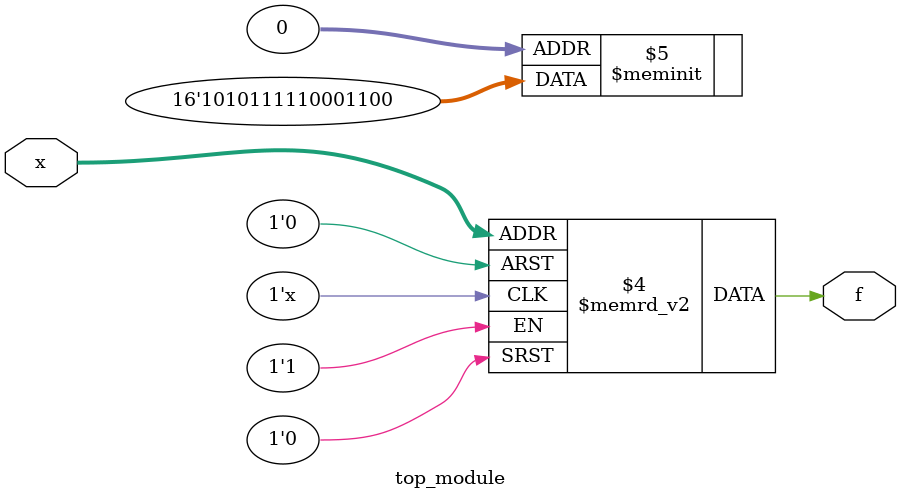
<source format=sv>
module top_module (
    input [4:1] x,
    output logic f
);

always_comb begin
    case ({x[4], x[3], x[2], x[1]})
        4'b0000: f = 1'b0;
        4'b0001: f = 1'b0;
        4'b0011: f = 1'b1;
        4'b0010: f = 1'b1;
        4'b0100: f = 1'b0;
        4'b0101: f = 1'b0;
        4'b0111: f = 1'b1;
        4'b0110: f = 1'b0;
        4'b1000: f = 1'b1;
        4'b1001: f = 1'b1;
        4'b1011: f = 1'b1;
        4'b1010: f = 1'b1;
        4'b1100: f = 1'b0;
        4'b1101: f = 1'b1;
        4'b1111: f = 1'b1;
        4'b1110: f = 1'b0;
        default: f = 1'b0; // Handle don't care cases
    endcase
end

endmodule

</source>
